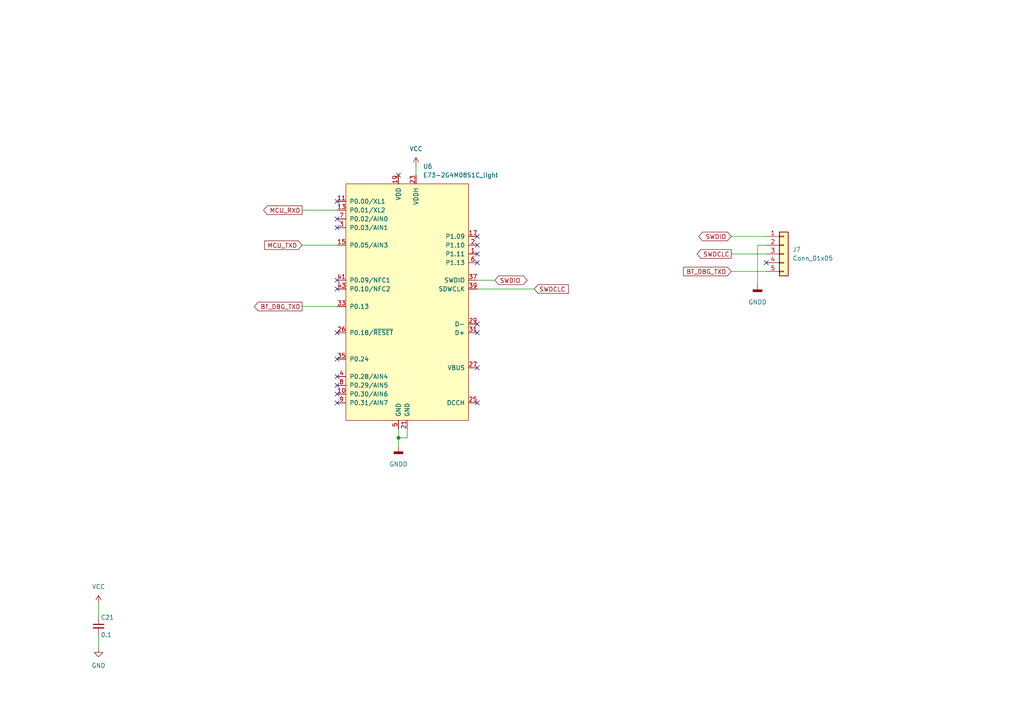
<source format=kicad_sch>
(kicad_sch (version 20211123) (generator eeschema)

  (uuid 21fbcf11-ef85-495e-ac4e-ca7efd6c0976)

  (paper "A4")

  (lib_symbols
    (symbol "Connector_Generic:Conn_01x05" (pin_names (offset 1.016) hide) (in_bom yes) (on_board yes)
      (property "Reference" "J" (id 0) (at 0 7.62 0)
        (effects (font (size 1.27 1.27)))
      )
      (property "Value" "Conn_01x05" (id 1) (at 0 -7.62 0)
        (effects (font (size 1.27 1.27)))
      )
      (property "Footprint" "" (id 2) (at 0 0 0)
        (effects (font (size 1.27 1.27)) hide)
      )
      (property "Datasheet" "~" (id 3) (at 0 0 0)
        (effects (font (size 1.27 1.27)) hide)
      )
      (property "ki_keywords" "connector" (id 4) (at 0 0 0)
        (effects (font (size 1.27 1.27)) hide)
      )
      (property "ki_description" "Generic connector, single row, 01x05, script generated (kicad-library-utils/schlib/autogen/connector/)" (id 5) (at 0 0 0)
        (effects (font (size 1.27 1.27)) hide)
      )
      (property "ki_fp_filters" "Connector*:*_1x??_*" (id 6) (at 0 0 0)
        (effects (font (size 1.27 1.27)) hide)
      )
      (symbol "Conn_01x05_1_1"
        (rectangle (start -1.27 -4.953) (end 0 -5.207)
          (stroke (width 0.1524) (type default) (color 0 0 0 0))
          (fill (type none))
        )
        (rectangle (start -1.27 -2.413) (end 0 -2.667)
          (stroke (width 0.1524) (type default) (color 0 0 0 0))
          (fill (type none))
        )
        (rectangle (start -1.27 0.127) (end 0 -0.127)
          (stroke (width 0.1524) (type default) (color 0 0 0 0))
          (fill (type none))
        )
        (rectangle (start -1.27 2.667) (end 0 2.413)
          (stroke (width 0.1524) (type default) (color 0 0 0 0))
          (fill (type none))
        )
        (rectangle (start -1.27 5.207) (end 0 4.953)
          (stroke (width 0.1524) (type default) (color 0 0 0 0))
          (fill (type none))
        )
        (rectangle (start -1.27 6.35) (end 1.27 -6.35)
          (stroke (width 0.254) (type default) (color 0 0 0 0))
          (fill (type background))
        )
        (pin passive line (at -5.08 5.08 0) (length 3.81)
          (name "Pin_1" (effects (font (size 1.27 1.27))))
          (number "1" (effects (font (size 1.27 1.27))))
        )
        (pin passive line (at -5.08 2.54 0) (length 3.81)
          (name "Pin_2" (effects (font (size 1.27 1.27))))
          (number "2" (effects (font (size 1.27 1.27))))
        )
        (pin passive line (at -5.08 0 0) (length 3.81)
          (name "Pin_3" (effects (font (size 1.27 1.27))))
          (number "3" (effects (font (size 1.27 1.27))))
        )
        (pin passive line (at -5.08 -2.54 0) (length 3.81)
          (name "Pin_4" (effects (font (size 1.27 1.27))))
          (number "4" (effects (font (size 1.27 1.27))))
        )
        (pin passive line (at -5.08 -5.08 0) (length 3.81)
          (name "Pin_5" (effects (font (size 1.27 1.27))))
          (number "5" (effects (font (size 1.27 1.27))))
        )
      )
    )
    (symbol "Device:C_Small" (pin_numbers hide) (pin_names (offset 0.254) hide) (in_bom yes) (on_board yes)
      (property "Reference" "C" (id 0) (at 0.254 1.778 0)
        (effects (font (size 1.27 1.27)) (justify left))
      )
      (property "Value" "C_Small" (id 1) (at 0.254 -2.032 0)
        (effects (font (size 1.27 1.27)) (justify left))
      )
      (property "Footprint" "" (id 2) (at 0 0 0)
        (effects (font (size 1.27 1.27)) hide)
      )
      (property "Datasheet" "~" (id 3) (at 0 0 0)
        (effects (font (size 1.27 1.27)) hide)
      )
      (property "ki_keywords" "capacitor cap" (id 4) (at 0 0 0)
        (effects (font (size 1.27 1.27)) hide)
      )
      (property "ki_description" "Unpolarized capacitor, small symbol" (id 5) (at 0 0 0)
        (effects (font (size 1.27 1.27)) hide)
      )
      (property "ki_fp_filters" "C_*" (id 6) (at 0 0 0)
        (effects (font (size 1.27 1.27)) hide)
      )
      (symbol "C_Small_0_1"
        (polyline
          (pts
            (xy -1.524 -0.508)
            (xy 1.524 -0.508)
          )
          (stroke (width 0.3302) (type default) (color 0 0 0 0))
          (fill (type none))
        )
        (polyline
          (pts
            (xy -1.524 0.508)
            (xy 1.524 0.508)
          )
          (stroke (width 0.3048) (type default) (color 0 0 0 0))
          (fill (type none))
        )
      )
      (symbol "C_Small_1_1"
        (pin passive line (at 0 2.54 270) (length 2.032)
          (name "~" (effects (font (size 1.27 1.27))))
          (number "1" (effects (font (size 1.27 1.27))))
        )
        (pin passive line (at 0 -2.54 90) (length 2.032)
          (name "~" (effects (font (size 1.27 1.27))))
          (number "2" (effects (font (size 1.27 1.27))))
        )
      )
    )
    (symbol "nrf5:E73-2G4M08S1C_light" (pin_names (offset 1.016)) (in_bom yes) (on_board yes)
      (property "Reference" "U" (id 0) (at -15.24 -38.1 0)
        (effects (font (size 1.27 1.27)))
      )
      (property "Value" "E73-2G4M08S1C_light" (id 1) (at 0 0 90)
        (effects (font (size 1.27 1.27)))
      )
      (property "Footprint" "nrf5:E73-2G4M08S1C_light" (id 2) (at 2.54 0 90)
        (effects (font (size 1.27 1.27)) hide)
      )
      (property "Datasheet" "" (id 3) (at 0 0 0)
        (effects (font (size 1.27 1.27)) hide)
      )
      (symbol "E73-2G4M08S1C_light_0_1"
        (rectangle (start -17.78 33.02) (end 17.78 -35.56)
          (stroke (width 0) (type default) (color 0 0 0 0))
          (fill (type background))
        )
      )
      (symbol "E73-2G4M08S1C_light_1_1"
        (pin bidirectional line (at 20.32 12.7 180) (length 2.54)
          (name "P1.11" (effects (font (size 1.27 1.27))))
          (number "1" (effects (font (size 1.27 1.27))))
        )
        (pin bidirectional line (at -20.32 -27.94 0) (length 2.54)
          (name "P0.30/AIN6" (effects (font (size 1.27 1.27))))
          (number "10" (effects (font (size 1.27 1.27))))
        )
        (pin bidirectional line (at -20.32 27.94 0) (length 2.54)
          (name "P0.00/XL1" (effects (font (size 1.27 1.27))))
          (number "11" (effects (font (size 1.27 1.27))))
        )
        (pin bidirectional line (at -20.32 25.4 0) (length 2.54)
          (name "P0.01/XL2" (effects (font (size 1.27 1.27))))
          (number "13" (effects (font (size 1.27 1.27))))
        )
        (pin bidirectional line (at -20.32 15.24 0) (length 2.54)
          (name "P0.05/AIN3" (effects (font (size 1.27 1.27))))
          (number "15" (effects (font (size 1.27 1.27))))
        )
        (pin bidirectional line (at 20.32 17.78 180) (length 2.54)
          (name "P1.09" (effects (font (size 1.27 1.27))))
          (number "17" (effects (font (size 1.27 1.27))))
        )
        (pin power_in line (at -2.54 35.56 270) (length 2.54)
          (name "VDD" (effects (font (size 1.27 1.27))))
          (number "19" (effects (font (size 1.27 1.27))))
        )
        (pin bidirectional line (at 20.32 15.24 180) (length 2.54)
          (name "P1.10" (effects (font (size 1.27 1.27))))
          (number "2" (effects (font (size 1.27 1.27))))
        )
        (pin power_in line (at 0 -38.1 90) (length 2.54)
          (name "GND" (effects (font (size 1.27 1.27))))
          (number "21" (effects (font (size 1.27 1.27))))
        )
        (pin power_in line (at 2.54 35.56 270) (length 2.54)
          (name "VDDH" (effects (font (size 1.27 1.27))))
          (number "23" (effects (font (size 1.27 1.27))))
        )
        (pin power_out line (at 20.32 -30.48 180) (length 2.54)
          (name "DCCH" (effects (font (size 1.27 1.27))))
          (number "25" (effects (font (size 1.27 1.27))))
        )
        (pin bidirectional line (at -20.32 -10.16 0) (length 2.54)
          (name "P0.18/~{RESET}" (effects (font (size 1.27 1.27))))
          (number "26" (effects (font (size 1.27 1.27))))
        )
        (pin power_in line (at 20.32 -20.32 180) (length 2.54)
          (name "VBUS" (effects (font (size 1.27 1.27))))
          (number "27" (effects (font (size 1.27 1.27))))
        )
        (pin bidirectional line (at 20.32 -7.62 180) (length 2.54)
          (name "D-" (effects (font (size 1.27 1.27))))
          (number "29" (effects (font (size 1.27 1.27))))
        )
        (pin bidirectional line (at -20.32 20.32 0) (length 2.54)
          (name "P0.03/AIN1" (effects (font (size 1.27 1.27))))
          (number "3" (effects (font (size 1.27 1.27))))
        )
        (pin bidirectional line (at 20.32 -10.16 180) (length 2.54)
          (name "D+" (effects (font (size 1.27 1.27))))
          (number "31" (effects (font (size 1.27 1.27))))
        )
        (pin bidirectional line (at -20.32 -2.54 0) (length 2.54)
          (name "P0.13" (effects (font (size 1.27 1.27))))
          (number "33" (effects (font (size 1.27 1.27))))
        )
        (pin bidirectional line (at -20.32 -17.78 0) (length 2.54)
          (name "P0.24" (effects (font (size 1.27 1.27))))
          (number "35" (effects (font (size 1.27 1.27))))
        )
        (pin bidirectional line (at 20.32 5.08 180) (length 2.54)
          (name "SWDIO" (effects (font (size 1.27 1.27))))
          (number "37" (effects (font (size 1.27 1.27))))
        )
        (pin input line (at 20.32 2.54 180) (length 2.54)
          (name "SDWCLK" (effects (font (size 1.27 1.27))))
          (number "39" (effects (font (size 1.27 1.27))))
        )
        (pin bidirectional line (at -20.32 -22.86 0) (length 2.54)
          (name "P0.28/AIN4" (effects (font (size 1.27 1.27))))
          (number "4" (effects (font (size 1.27 1.27))))
        )
        (pin bidirectional line (at -20.32 5.08 0) (length 2.54)
          (name "P0.09/NFC1" (effects (font (size 1.27 1.27))))
          (number "41" (effects (font (size 1.27 1.27))))
        )
        (pin bidirectional line (at -20.32 2.54 0) (length 2.54)
          (name "P0.10/NFC2" (effects (font (size 1.27 1.27))))
          (number "43" (effects (font (size 1.27 1.27))))
        )
        (pin power_in line (at -2.54 -38.1 90) (length 2.54)
          (name "GND" (effects (font (size 1.27 1.27))))
          (number "5" (effects (font (size 1.27 1.27))))
        )
        (pin bidirectional line (at 20.32 10.16 180) (length 2.54)
          (name "P1.13" (effects (font (size 1.27 1.27))))
          (number "6" (effects (font (size 1.27 1.27))))
        )
        (pin bidirectional line (at -20.32 22.86 0) (length 2.54)
          (name "P0.02/AIN0" (effects (font (size 1.27 1.27))))
          (number "7" (effects (font (size 1.27 1.27))))
        )
        (pin bidirectional line (at -20.32 -25.4 0) (length 2.54)
          (name "P0.29/AIN5" (effects (font (size 1.27 1.27))))
          (number "8" (effects (font (size 1.27 1.27))))
        )
        (pin bidirectional line (at -20.32 -30.48 0) (length 2.54)
          (name "P0.31/AIN7" (effects (font (size 1.27 1.27))))
          (number "9" (effects (font (size 1.27 1.27))))
        )
      )
    )
    (symbol "power:GND" (power) (pin_names (offset 0)) (in_bom yes) (on_board yes)
      (property "Reference" "#PWR" (id 0) (at 0 -6.35 0)
        (effects (font (size 1.27 1.27)) hide)
      )
      (property "Value" "GND" (id 1) (at 0 -3.81 0)
        (effects (font (size 1.27 1.27)))
      )
      (property "Footprint" "" (id 2) (at 0 0 0)
        (effects (font (size 1.27 1.27)) hide)
      )
      (property "Datasheet" "" (id 3) (at 0 0 0)
        (effects (font (size 1.27 1.27)) hide)
      )
      (property "ki_keywords" "power-flag" (id 4) (at 0 0 0)
        (effects (font (size 1.27 1.27)) hide)
      )
      (property "ki_description" "Power symbol creates a global label with name \"GND\" , ground" (id 5) (at 0 0 0)
        (effects (font (size 1.27 1.27)) hide)
      )
      (symbol "GND_0_1"
        (polyline
          (pts
            (xy 0 0)
            (xy 0 -1.27)
            (xy 1.27 -1.27)
            (xy 0 -2.54)
            (xy -1.27 -1.27)
            (xy 0 -1.27)
          )
          (stroke (width 0) (type default) (color 0 0 0 0))
          (fill (type none))
        )
      )
      (symbol "GND_1_1"
        (pin power_in line (at 0 0 270) (length 0) hide
          (name "GND" (effects (font (size 1.27 1.27))))
          (number "1" (effects (font (size 1.27 1.27))))
        )
      )
    )
    (symbol "power:GNDD" (power) (pin_names (offset 0)) (in_bom yes) (on_board yes)
      (property "Reference" "#PWR" (id 0) (at 0 -6.35 0)
        (effects (font (size 1.27 1.27)) hide)
      )
      (property "Value" "GNDD" (id 1) (at 0 -3.175 0)
        (effects (font (size 1.27 1.27)))
      )
      (property "Footprint" "" (id 2) (at 0 0 0)
        (effects (font (size 1.27 1.27)) hide)
      )
      (property "Datasheet" "" (id 3) (at 0 0 0)
        (effects (font (size 1.27 1.27)) hide)
      )
      (property "ki_keywords" "power-flag" (id 4) (at 0 0 0)
        (effects (font (size 1.27 1.27)) hide)
      )
      (property "ki_description" "Power symbol creates a global label with name \"GNDD\" , digital ground" (id 5) (at 0 0 0)
        (effects (font (size 1.27 1.27)) hide)
      )
      (symbol "GNDD_0_1"
        (rectangle (start -1.27 -1.524) (end 1.27 -2.032)
          (stroke (width 0.254) (type default) (color 0 0 0 0))
          (fill (type outline))
        )
        (polyline
          (pts
            (xy 0 0)
            (xy 0 -1.524)
          )
          (stroke (width 0) (type default) (color 0 0 0 0))
          (fill (type none))
        )
      )
      (symbol "GNDD_1_1"
        (pin power_in line (at 0 0 270) (length 0) hide
          (name "GNDD" (effects (font (size 1.27 1.27))))
          (number "1" (effects (font (size 1.27 1.27))))
        )
      )
    )
    (symbol "power:VCC" (power) (pin_names (offset 0)) (in_bom yes) (on_board yes)
      (property "Reference" "#PWR" (id 0) (at 0 -3.81 0)
        (effects (font (size 1.27 1.27)) hide)
      )
      (property "Value" "VCC" (id 1) (at 0 3.81 0)
        (effects (font (size 1.27 1.27)))
      )
      (property "Footprint" "" (id 2) (at 0 0 0)
        (effects (font (size 1.27 1.27)) hide)
      )
      (property "Datasheet" "" (id 3) (at 0 0 0)
        (effects (font (size 1.27 1.27)) hide)
      )
      (property "ki_keywords" "power-flag" (id 4) (at 0 0 0)
        (effects (font (size 1.27 1.27)) hide)
      )
      (property "ki_description" "Power symbol creates a global label with name \"VCC\"" (id 5) (at 0 0 0)
        (effects (font (size 1.27 1.27)) hide)
      )
      (symbol "VCC_0_1"
        (polyline
          (pts
            (xy -0.762 1.27)
            (xy 0 2.54)
          )
          (stroke (width 0) (type default) (color 0 0 0 0))
          (fill (type none))
        )
        (polyline
          (pts
            (xy 0 0)
            (xy 0 2.54)
          )
          (stroke (width 0) (type default) (color 0 0 0 0))
          (fill (type none))
        )
        (polyline
          (pts
            (xy 0 2.54)
            (xy 0.762 1.27)
          )
          (stroke (width 0) (type default) (color 0 0 0 0))
          (fill (type none))
        )
      )
      (symbol "VCC_1_1"
        (pin power_in line (at 0 0 90) (length 0) hide
          (name "VCC" (effects (font (size 1.27 1.27))))
          (number "1" (effects (font (size 1.27 1.27))))
        )
      )
    )
  )

  (junction (at 115.57 127) (diameter 0) (color 0 0 0 0)
    (uuid 7465bfaa-df91-4081-aa9b-ddb9df43e136)
  )

  (no_connect (at 138.43 68.58) (uuid 0182af05-932c-4618-867e-b497d2775f30))
  (no_connect (at 138.43 71.12) (uuid 0182af05-932c-4618-867e-b497d2775f31))
  (no_connect (at 138.43 73.66) (uuid 0182af05-932c-4618-867e-b497d2775f32))
  (no_connect (at 97.79 58.42) (uuid 204ae49a-db0a-44bd-99a0-31164cc18825))
  (no_connect (at 97.79 63.5) (uuid 204ae49a-db0a-44bd-99a0-31164cc18826))
  (no_connect (at 138.43 76.2) (uuid 37ae4442-3773-4c4a-b010-d0748808443c))
  (no_connect (at 97.79 104.14) (uuid 37ae4442-3773-4c4a-b010-d0748808443d))
  (no_connect (at 97.79 109.22) (uuid 37ae4442-3773-4c4a-b010-d0748808443e))
  (no_connect (at 97.79 111.76) (uuid 37ae4442-3773-4c4a-b010-d0748808443f))
  (no_connect (at 97.79 114.3) (uuid 37ae4442-3773-4c4a-b010-d07488084440))
  (no_connect (at 97.79 116.84) (uuid 37ae4442-3773-4c4a-b010-d07488084441))
  (no_connect (at 97.79 96.52) (uuid 7094098d-a1f7-4abf-838f-2529b22d60c8))
  (no_connect (at 97.79 83.82) (uuid 892d3660-12c3-4acd-b34e-8a63342e6237))
  (no_connect (at 222.25 76.2) (uuid 919bb9bf-55e1-47a5-b87e-5014b52402df))
  (no_connect (at 97.79 66.04) (uuid 9c0feaf6-dc71-4d2b-a20b-41d98bd86da2))
  (no_connect (at 97.79 81.28) (uuid a997214f-bf3b-4922-a487-66fec74ccd61))
  (no_connect (at 138.43 93.98) (uuid caebe216-57c2-4cae-9b01-5ab5503487e0))
  (no_connect (at 138.43 96.52) (uuid caebe216-57c2-4cae-9b01-5ab5503487e1))
  (no_connect (at 138.43 106.68) (uuid caebe216-57c2-4cae-9b01-5ab5503487e2))
  (no_connect (at 138.43 116.84) (uuid caebe216-57c2-4cae-9b01-5ab5503487e3))
  (no_connect (at 115.57 50.8) (uuid e29db244-fcbd-465c-b211-72de2e5a1a19))

  (wire (pts (xy 219.71 71.12) (xy 222.25 71.12))
    (stroke (width 0) (type default) (color 0 0 0 0))
    (uuid 04761ec8-d8d9-4d7c-8221-7339f9f62e07)
  )
  (wire (pts (xy 118.11 124.46) (xy 118.11 127))
    (stroke (width 0) (type default) (color 0 0 0 0))
    (uuid 20bbb90c-b274-496b-9c12-b04d4edfcaa8)
  )
  (wire (pts (xy 222.25 73.66) (xy 212.09 73.66))
    (stroke (width 0) (type default) (color 0 0 0 0))
    (uuid 46038428-7cc4-42ff-a64e-1ad907391d29)
  )
  (wire (pts (xy 212.09 78.74) (xy 222.25 78.74))
    (stroke (width 0) (type default) (color 0 0 0 0))
    (uuid 533c164b-8f4d-404f-9365-65602d62cd59)
  )
  (wire (pts (xy 143.51 81.28) (xy 138.43 81.28))
    (stroke (width 0) (type default) (color 0 0 0 0))
    (uuid 5862b3be-6844-44c9-a917-d9651c33aa2f)
  )
  (wire (pts (xy 28.575 175.26) (xy 28.575 179.07))
    (stroke (width 0) (type default) (color 0 0 0 0))
    (uuid 6a292275-b35b-4963-a377-070f87afb5e7)
  )
  (wire (pts (xy 120.65 48.26) (xy 120.65 50.8))
    (stroke (width 0) (type default) (color 0 0 0 0))
    (uuid 72a62499-6948-4440-9fb8-e0e2a2ac0d4a)
  )
  (wire (pts (xy 115.57 127) (xy 115.57 124.46))
    (stroke (width 0) (type default) (color 0 0 0 0))
    (uuid 88a42861-9405-482e-9235-b4cd137afa4a)
  )
  (wire (pts (xy 87.63 71.12) (xy 97.79 71.12))
    (stroke (width 0) (type default) (color 0 0 0 0))
    (uuid 97fc1abc-17d0-4e97-ab5a-75cd448ee7e2)
  )
  (wire (pts (xy 28.575 184.15) (xy 28.575 187.96))
    (stroke (width 0) (type default) (color 0 0 0 0))
    (uuid 99a55ff4-582c-475d-a4c0-6ee062059bea)
  )
  (wire (pts (xy 219.71 71.12) (xy 219.71 82.55))
    (stroke (width 0) (type default) (color 0 0 0 0))
    (uuid a9032928-84e9-497a-88e0-6e0f522b9466)
  )
  (wire (pts (xy 115.57 129.54) (xy 115.57 127))
    (stroke (width 0) (type default) (color 0 0 0 0))
    (uuid a93e7850-cb90-4fb5-9073-e614f7b0fa44)
  )
  (wire (pts (xy 115.57 127) (xy 118.11 127))
    (stroke (width 0) (type default) (color 0 0 0 0))
    (uuid af9efac7-535b-4eef-8f3c-305f6411e15a)
  )
  (wire (pts (xy 222.25 68.58) (xy 212.09 68.58))
    (stroke (width 0) (type default) (color 0 0 0 0))
    (uuid cf6701db-113a-4205-a007-bd1e5b7627a0)
  )
  (wire (pts (xy 87.63 60.96) (xy 97.79 60.96))
    (stroke (width 0) (type default) (color 0 0 0 0))
    (uuid d3884f50-de1e-4f15-b178-bebbaa0aa56f)
  )
  (wire (pts (xy 154.94 83.82) (xy 138.43 83.82))
    (stroke (width 0) (type default) (color 0 0 0 0))
    (uuid d97e7c02-9285-4c30-ab8f-082a6f9c3cec)
  )
  (wire (pts (xy 87.63 88.9) (xy 97.79 88.9))
    (stroke (width 0) (type default) (color 0 0 0 0))
    (uuid d9ece378-602d-479a-8d7f-9b99f47eb57f)
  )

  (global_label "BT_DBG_TXD" (shape output) (at 87.63 88.9 180) (fields_autoplaced)
    (effects (font (size 1.27 1.27)) (justify right))
    (uuid 0c99a94c-ee27-443c-b5fa-dcad4be3b6d8)
    (property "Intersheet References" "${INTERSHEET_REFS}" (id 0) (at 73.7869 88.8206 0)
      (effects (font (size 1.27 1.27)) (justify right) hide)
    )
  )
  (global_label "MCU_TXD" (shape input) (at 87.63 71.12 180) (fields_autoplaced)
    (effects (font (size 1.27 1.27)) (justify right))
    (uuid 32e3fd57-5ddd-4c1d-b67e-65475ea552c8)
    (property "Intersheet References" "${INTERSHEET_REFS}" (id 0) (at 76.7502 71.0406 0)
      (effects (font (size 1.27 1.27)) (justify right) hide)
    )
  )
  (global_label "SWDIO" (shape bidirectional) (at 143.51 81.28 0) (fields_autoplaced)
    (effects (font (size 1.27 1.27)) (justify left))
    (uuid 3d925ca9-2f01-4ca0-a16b-710b4cc5b943)
    (property "Intersheet References" "${INTERSHEET_REFS}" (id 0) (at 151.7893 81.3594 0)
      (effects (font (size 1.27 1.27)) (justify left) hide)
    )
  )
  (global_label "SWDIO" (shape bidirectional) (at 212.09 68.58 180) (fields_autoplaced)
    (effects (font (size 1.27 1.27)) (justify right))
    (uuid 53e0a0e5-b7b0-46ec-be0b-9d70834e8ff2)
    (property "Intersheet References" "${INTERSHEET_REFS}" (id 0) (at 203.8107 68.5006 0)
      (effects (font (size 1.27 1.27)) (justify right) hide)
    )
  )
  (global_label "MCU_RXD" (shape output) (at 87.63 60.96 180) (fields_autoplaced)
    (effects (font (size 1.27 1.27)) (justify right))
    (uuid 97bb7bbb-fa81-48ee-af82-a40299828ac0)
    (property "Intersheet References" "${INTERSHEET_REFS}" (id 0) (at 76.4479 60.8806 0)
      (effects (font (size 1.27 1.27)) (justify right) hide)
    )
  )
  (global_label "SWDCLC" (shape input) (at 154.94 83.82 0) (fields_autoplaced)
    (effects (font (size 1.27 1.27)) (justify left))
    (uuid 99734fb6-dfd2-4cd0-89a8-9b23adb88d84)
    (property "Intersheet References" "${INTERSHEET_REFS}" (id 0) (at 164.8521 83.7406 0)
      (effects (font (size 1.27 1.27)) (justify left) hide)
    )
  )
  (global_label "BT_DBG_TXD" (shape input) (at 212.09 78.74 180) (fields_autoplaced)
    (effects (font (size 1.27 1.27)) (justify right))
    (uuid e0423ead-fcaf-4f05-b445-aa379b69cf70)
    (property "Intersheet References" "${INTERSHEET_REFS}" (id 0) (at 198.2469 78.6606 0)
      (effects (font (size 1.27 1.27)) (justify right) hide)
    )
  )
  (global_label "SWDCLC" (shape output) (at 212.09 73.66 180) (fields_autoplaced)
    (effects (font (size 1.27 1.27)) (justify right))
    (uuid f97ed67b-f0cb-46e1-813d-b172d83f99ec)
    (property "Intersheet References" "${INTERSHEET_REFS}" (id 0) (at 202.1779 73.5806 0)
      (effects (font (size 1.27 1.27)) (justify right) hide)
    )
  )

  (symbol (lib_id "power:GNDD") (at 115.57 129.54 0) (unit 1)
    (in_bom yes) (on_board yes) (fields_autoplaced)
    (uuid 207ccaf1-dada-40f7-a2e5-0876ce47b035)
    (property "Reference" "#PWR071" (id 0) (at 115.57 135.89 0)
      (effects (font (size 1.27 1.27)) hide)
    )
    (property "Value" "GNDD" (id 1) (at 115.57 134.62 0))
    (property "Footprint" "" (id 2) (at 115.57 129.54 0)
      (effects (font (size 1.27 1.27)) hide)
    )
    (property "Datasheet" "" (id 3) (at 115.57 129.54 0)
      (effects (font (size 1.27 1.27)) hide)
    )
    (pin "1" (uuid 50d7bf70-cc76-467c-aa1e-fd275eaba9f3))
  )

  (symbol (lib_id "power:GND") (at 28.575 187.96 0) (unit 1)
    (in_bom yes) (on_board yes) (fields_autoplaced)
    (uuid 699ec331-9ed0-4fca-959a-fd563cb2d84b)
    (property "Reference" "#PWR070" (id 0) (at 28.575 194.31 0)
      (effects (font (size 1.27 1.27)) hide)
    )
    (property "Value" "GND" (id 1) (at 28.575 193.04 0))
    (property "Footprint" "" (id 2) (at 28.575 187.96 0)
      (effects (font (size 1.27 1.27)) hide)
    )
    (property "Datasheet" "" (id 3) (at 28.575 187.96 0)
      (effects (font (size 1.27 1.27)) hide)
    )
    (pin "1" (uuid 3ee9398b-ebea-4e1c-86e2-5327396c9569))
  )

  (symbol (lib_id "nrf5:E73-2G4M08S1C_light") (at 118.11 86.36 0) (unit 1)
    (in_bom yes) (on_board yes) (fields_autoplaced)
    (uuid 7ed8d65b-7161-4469-9254-a89f9a501ec7)
    (property "Reference" "U6" (id 0) (at 122.6694 48.26 0)
      (effects (font (size 1.27 1.27)) (justify left))
    )
    (property "Value" "E73-2G4M08S1C_light" (id 1) (at 122.6694 50.8 0)
      (effects (font (size 1.27 1.27)) (justify left))
    )
    (property "Footprint" "nrf5:E73-2G4M08S1C_light" (id 2) (at 120.65 86.36 90)
      (effects (font (size 1.27 1.27)) hide)
    )
    (property "Datasheet" "" (id 3) (at 118.11 86.36 0)
      (effects (font (size 1.27 1.27)) hide)
    )
    (pin "1" (uuid b22cfd7e-94b9-4a51-b97c-f949c0bd45d7))
    (pin "10" (uuid ef186d64-bffd-47af-a70c-ff19504cd376))
    (pin "11" (uuid 33b971ff-72c2-4c4d-9263-15a2b8281233))
    (pin "13" (uuid 0b25373d-0b11-430c-b48f-0f68bf449f92))
    (pin "15" (uuid c9e61661-e848-4f4e-8e62-cf4b54e2fafe))
    (pin "17" (uuid ee7f75c7-11bd-4d07-8578-1880f6fdf519))
    (pin "19" (uuid 6a734bfd-c7b2-4ec3-ba33-8e19ebad4f7a))
    (pin "2" (uuid 28f76fc2-a5d2-48d7-b562-fd1202ef3b4d))
    (pin "21" (uuid 662626de-6b6f-421e-8aaa-635ab6f94e0e))
    (pin "23" (uuid efbfe92a-d8cf-4976-b9a3-328bf535d9f7))
    (pin "25" (uuid 3a36d78c-0690-431f-a4c3-fa4131389821))
    (pin "26" (uuid 80907c0e-0acc-40c8-871a-2ed01ea1d55e))
    (pin "27" (uuid 7fdcdaf8-0955-4415-bc66-30f75d8dd55f))
    (pin "29" (uuid 4c16eb73-a5fe-45aa-8aec-aab718b9e90f))
    (pin "3" (uuid a4a0e115-c82c-44fa-b480-74bda6efb7a6))
    (pin "31" (uuid 1473299b-3122-4e2d-af72-aa60237b9191))
    (pin "33" (uuid 86776308-9643-4032-8379-1eca980a5864))
    (pin "35" (uuid 4c2bbef4-49de-4674-8bd0-ead7fd98b21d))
    (pin "37" (uuid c45e15c8-40a6-46d3-8218-8b681cc944ec))
    (pin "39" (uuid c026622a-2979-47c7-b581-54d1267b5198))
    (pin "4" (uuid 4e4f8125-ceae-4deb-a072-ef2a5e856dc7))
    (pin "41" (uuid 2d28b2ce-49e0-4a66-b8bd-f1755bfd5ba3))
    (pin "43" (uuid 0416cb4c-1021-41ad-817b-1e2298f2bd01))
    (pin "5" (uuid 84768dcd-432c-4958-a6be-80db22c78023))
    (pin "6" (uuid 97bf3402-25e9-4d61-a264-5169df964588))
    (pin "7" (uuid be81eb6d-c662-4db2-8a5e-45b9807a3b5c))
    (pin "8" (uuid f013f896-2ff4-4d1b-b3be-15cf0aa71e4c))
    (pin "9" (uuid f0394959-09c4-4dde-a87a-233fc4c585fd))
  )

  (symbol (lib_id "power:GNDD") (at 219.71 82.55 0) (mirror y) (unit 1)
    (in_bom yes) (on_board yes) (fields_autoplaced)
    (uuid 81e732d0-e7e6-489e-96b8-33cf9c79bdb3)
    (property "Reference" "#PWR073" (id 0) (at 219.71 88.9 0)
      (effects (font (size 1.27 1.27)) hide)
    )
    (property "Value" "GNDD" (id 1) (at 219.71 87.63 0))
    (property "Footprint" "" (id 2) (at 219.71 82.55 0)
      (effects (font (size 1.27 1.27)) hide)
    )
    (property "Datasheet" "" (id 3) (at 219.71 82.55 0)
      (effects (font (size 1.27 1.27)) hide)
    )
    (pin "1" (uuid 7f22ca0a-1984-4bc7-8fe9-629a170d8a9e))
  )

  (symbol (lib_id "power:VCC") (at 120.65 48.26 0) (unit 1)
    (in_bom yes) (on_board yes) (fields_autoplaced)
    (uuid a94b6414-c87c-4e54-b022-36140c1fd840)
    (property "Reference" "#PWR072" (id 0) (at 120.65 52.07 0)
      (effects (font (size 1.27 1.27)) hide)
    )
    (property "Value" "VCC" (id 1) (at 120.65 43.18 0))
    (property "Footprint" "" (id 2) (at 120.65 48.26 0)
      (effects (font (size 1.27 1.27)) hide)
    )
    (property "Datasheet" "" (id 3) (at 120.65 48.26 0)
      (effects (font (size 1.27 1.27)) hide)
    )
    (pin "1" (uuid 0912802c-0ba6-4c80-8809-76be7ac5be41))
  )

  (symbol (lib_id "Connector_Generic:Conn_01x05") (at 227.33 73.66 0) (unit 1)
    (in_bom yes) (on_board yes) (fields_autoplaced)
    (uuid b54f2b56-cbf0-40e6-ae72-1e285e290533)
    (property "Reference" "J7" (id 0) (at 229.87 72.3899 0)
      (effects (font (size 1.27 1.27)) (justify left))
    )
    (property "Value" "Conn_01x05" (id 1) (at 229.87 74.9299 0)
      (effects (font (size 1.27 1.27)) (justify left))
    )
    (property "Footprint" "Connector_PinHeader_2.54mm:PinHeader_1x05_P2.54mm_Vertical" (id 2) (at 227.33 73.66 0)
      (effects (font (size 1.27 1.27)) hide)
    )
    (property "Datasheet" "~" (id 3) (at 227.33 73.66 0)
      (effects (font (size 1.27 1.27)) hide)
    )
    (pin "1" (uuid 82a49dd1-29b5-430c-acd4-15d1965644d6))
    (pin "2" (uuid d84e3108-31fe-41ee-b7ec-bbdbafce2243))
    (pin "3" (uuid 9eff54e7-14b7-422d-b37a-9ce3486f9c9c))
    (pin "4" (uuid 04afa387-007f-47ef-a873-97163e055484))
    (pin "5" (uuid f2d3f32d-2dc6-46f8-a47c-10a4b554ae38))
  )

  (symbol (lib_id "power:VCC") (at 28.575 175.26 0) (unit 1)
    (in_bom yes) (on_board yes) (fields_autoplaced)
    (uuid c71669a0-349c-4279-a3d6-820bd0f647fb)
    (property "Reference" "#PWR069" (id 0) (at 28.575 179.07 0)
      (effects (font (size 1.27 1.27)) hide)
    )
    (property "Value" "VCC" (id 1) (at 28.575 170.18 0))
    (property "Footprint" "" (id 2) (at 28.575 175.26 0)
      (effects (font (size 1.27 1.27)) hide)
    )
    (property "Datasheet" "" (id 3) (at 28.575 175.26 0)
      (effects (font (size 1.27 1.27)) hide)
    )
    (pin "1" (uuid 2a4f4a1a-50df-4b2b-a276-e58e7d66c426))
  )

  (symbol (lib_id "Device:C_Small") (at 28.575 181.61 0) (unit 1)
    (in_bom yes) (on_board yes)
    (uuid c9400c87-a144-4ec3-bd44-fbdfdd058b2e)
    (property "Reference" "C21" (id 0) (at 29.21 179.07 0)
      (effects (font (size 1.27 1.27)) (justify left))
    )
    (property "Value" "0.1" (id 1) (at 29.21 184.15 0)
      (effects (font (size 1.27 1.27)) (justify left))
    )
    (property "Footprint" "Capacitor_SMD:C_0805_2012Metric" (id 2) (at 28.575 181.61 0)
      (effects (font (size 1.27 1.27)) hide)
    )
    (property "Datasheet" "~" (id 3) (at 28.575 181.61 0)
      (effects (font (size 1.27 1.27)) hide)
    )
    (pin "1" (uuid 1a674ffa-f2a0-4c97-94c5-a8847c782dbc))
    (pin "2" (uuid a84eeb2f-155f-4100-977a-15197b2bd5b4))
  )
)

</source>
